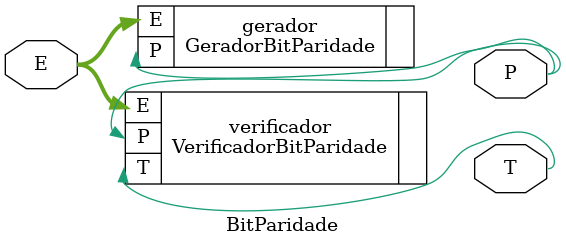
<source format=v>
module BitParidade(
    input [7:0] E,
    output P,
    output T
);
    // Instanciar os módulos subjacentes
    GeradorBitParidade gerador (
        .E(E),
        .P(P)
    );

    VerificadorBitParidade verificador (
        .E(E),
        .P(P),
        .T(T)
    );
endmodule

</source>
